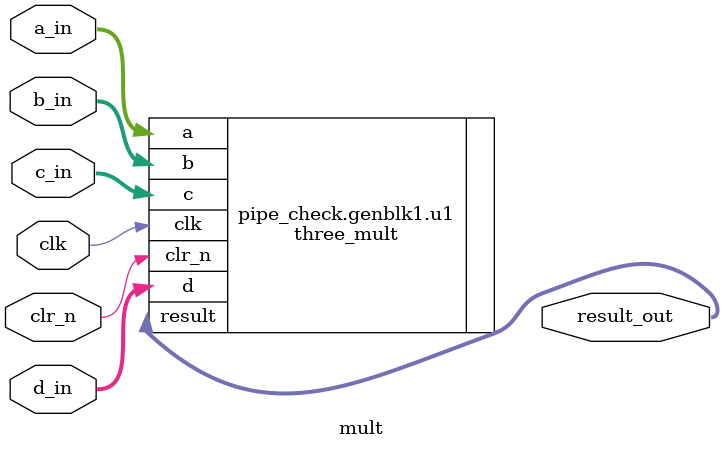
<source format=v>
/*******************************************************************************
* Copyright (C) 2018-2022 Intel Corporation
*
* This code and the related documents are Intel copyrighted materials, and 
* your use of them is governed by the express license under which they were 
* provided to you ("License"). Unless the License provides otherwise, you may 
* not use, modify, copy, publish, distribute, disclose or transmit this 
* code or the related documents without Intel's prior written permission.
*
* This code and the related documents are provided as is, with no express 
* or implied warranties, other than those that are expressly stated in the 
* License.
*
*******************************************************************************/

module mult
	//  Add an additional parameter that allows you to select 
	//         between a pipelined and a non-pipelined implementation
	#(parameter AWIDTH = 8, BWIDTH = 9, CWIDTH = 10, DWIDTH = 11,
			PIPELINE = 0)
	(
	input clk, clr_n,
	input [AWIDTH-1:0] a_in,
	input [BWIDTH-1:0] b_in,
	input [CWIDTH-1:0] c_in,
	input [DWIDTH-1:0] d_in,
	output [(AWIDTH+BWIDTH+CWIDTH+DWIDTH)-1:0] result_out
);

	//  Add generate (if-else or case) to allow the parameter to choose
	//      between an instantiation of a non-pipelined or a pipelined 
	//      multiplier implementation.  Set the non-pipelined implementation
	//      as the default.
	
	generate
	begin:  pipe_check
		if (PIPELINE != 0)
			three_mult_pipe #(.AWIDTH(AWIDTH), .BWIDTH(BWIDTH),
					.CWIDTH(CWIDTH), .DWIDTH(DWIDTH))
				u1 (.clk(clk), .clr_n(clr_n), .a(a_in), .b(b_in),
					.c(c_in), .d(d_in), .result(result_out));
		else
			three_mult #(.AWIDTH(AWIDTH), .BWIDTH(BWIDTH),
					.CWIDTH(CWIDTH), .DWIDTH(DWIDTH))
				u1 (.clk(clk), .clr_n(clr_n), .a(a_in), .b(b_in),
					.c(c_in), .d(d_in), .result(result_out));
	end
	endgenerate		
	

endmodule

</source>
